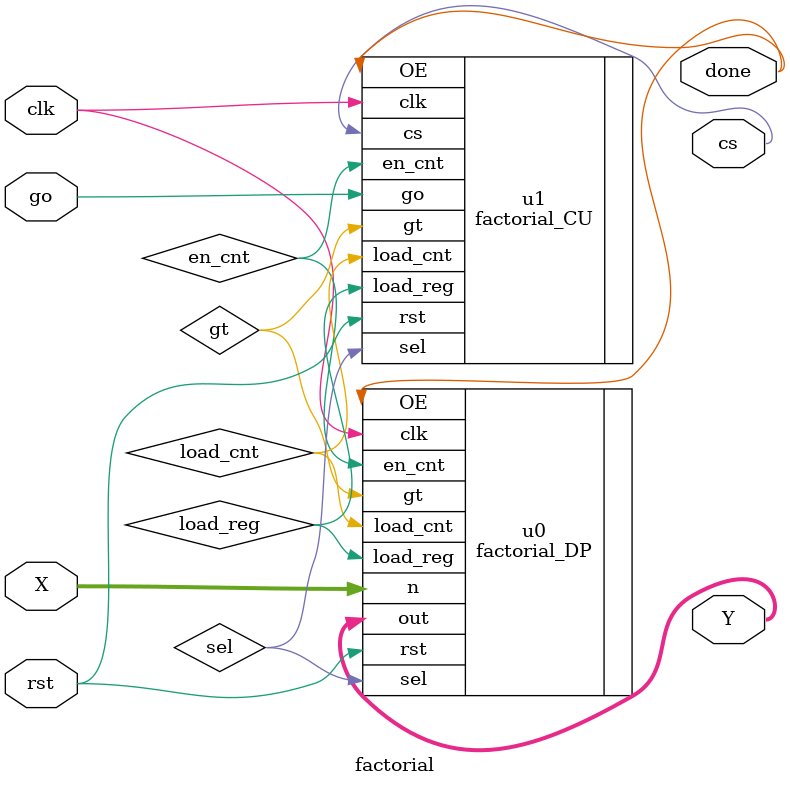
<source format=v>
`timescale 1ns / 1ps

module factorial #(parameter IN_WIDTH=4, OUT_WIDTH=32) (
    input  wire clk, rst, go,
    input  wire [IN_WIDTH-1:0] X,
    output wire done,
    output wire [OUT_WIDTH-1:0] Y,
    output wire cs );

    wire load_cnt, en_cnt, load_reg, sel, gt;

    factorial_DP u0 ( .clk(clk), .rst(rst),
                      .n(X),
                      .load_cnt(load_cnt), .en_cnt(en_cnt), .load_reg(load_reg), .sel(sel), .OE(done),
                      .gt(gt),
                      .out(Y) );

    factorial_CU u1 ( .clk(clk), .rst(rst),
                       .go(go), .gt(gt),
                       .load_cnt(load_cnt), .en_cnt(en_cnt), .load_reg(load_reg), .sel(sel), .OE(done),
                       .cs(cs) );

endmodule

</source>
